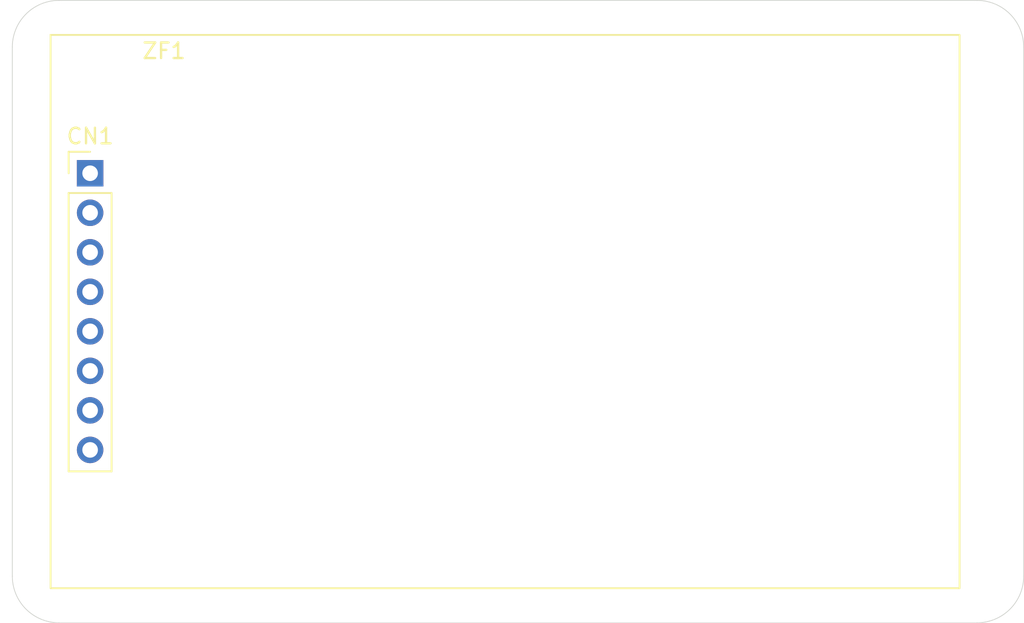
<source format=kicad_pcb>
(kicad_pcb (version 20241229) (generator "pcbnew") (generator_version "9.0")
  (layers (0 "F.Cu" signal) (2 "B.Cu" signal) (13 "F.Paste" user) (15 "B.Paste" user) (5 "F.SilkS" user "F.Silkscreen") (7 "B.SilkS" user "B.Silkscreen") (1 "F.Mask" user) (3 "B.Mask" user) (25 "Edge.Cuts" user))
  (net 0 "")
  (footprint "Display_WUT:Waveshare_2-inch_320x240_LCD" (layer "F.Cu") (at 100 100)
    (property "Reference" "ZF1" (at 4.75 -16.75 0) (layer "F.SilkS"))
    (property "Value" "Waveshare LCD")
    (fp_rect (start -2.54 -17.78) (end 55.88 17.78) (stroke (width 0.12)) (fill no) (layer "F.SilkS"))
    (pad "" np_thru_hole circle (at 0.1 -15) (size 2.2 2.2) (drill 2.2) (layers "*.Cu" "*.Mask"))
    (pad "" np_thru_hole circle (at 0.1 15) (size 2.2 2.2) (drill 2.2) (layers "*.Cu" "*.Mask"))
    (pad "" np_thru_hole circle (at 53.1 -15) (size 2.2 2.2) (drill 2.2) (layers "*.Cu" "*.Mask"))
    (pad "" np_thru_hole circle (at 53.1 15) (size 2.2 2.2) (drill 2.2) (layers "*.Cu" "*.Mask"))
  )
  (footprint "Connector_PinHeader_2.54mm:PinHeader_1x08_P2.54mm_Vertical" (layer "F.Cu") (at 100 91.11)
    (property "Reference" "CN1" (at 0 -2.38 0) (layer "F.SilkS"))
    (property "Value" "M20-9990846")
    (fp_line (start -1.38 -1.38) (end 0 -1.38) (stroke (width 0.12)) (layer "F.SilkS"))
    (fp_line (start -1.38 0) (end -1.38 -1.38) (stroke (width 0.12)) (layer "F.SilkS"))
    (fp_line (start -1.38 1.27) (end -1.38 19.16) (stroke (width 0.12)) (layer "F.SilkS"))
    (fp_line (start -1.38 1.27) (end 1.38 1.27) (stroke (width 0.12)) (layer "F.SilkS"))
    (fp_line (start -1.38 19.16) (end 1.38 19.16) (stroke (width 0.12)) (layer "F.SilkS"))
    (fp_line (start 1.38 1.27) (end 1.38 19.16) (stroke (width 0.12)) (layer "F.SilkS"))
    (pad "1" thru_hole rect (at 0 0) (size 1.7 1.7) (drill 1) (layers "*.Cu" "*.Mask"))
    (pad "2" thru_hole circle (at 0 2.54) (size 1.7 1.7) (drill 1) (layers "*.Cu" "*.Mask"))
    (pad "3" thru_hole circle (at 0 5.08) (size 1.7 1.7) (drill 1) (layers "*.Cu" "*.Mask"))
    (pad "4" thru_hole circle (at 0 7.62) (size 1.7 1.7) (drill 1) (layers "*.Cu" "*.Mask"))
    (pad "5" thru_hole circle (at 0 10.16) (size 1.7 1.7) (drill 1) (layers "*.Cu" "*.Mask"))
    (pad "6" thru_hole circle (at 0 12.7) (size 1.7 1.7) (drill 1) (layers "*.Cu" "*.Mask"))
    (pad "7" thru_hole circle (at 0 15.24) (size 1.7 1.7) (drill 1) (layers "*.Cu" "*.Mask"))
    (pad "8" thru_hole circle (at 0 17.78) (size 1.7 1.7) (drill 1) (layers "*.Cu" "*.Mask"))
  )
  (gr_line (start 95 117) (end 95 83) (stroke (width 0.05)) (layer "Edge.Cuts"))
  (gr_arc (start 160 117) (mid 159.12132 119.12132) (end 157 120) (stroke (width 0.05)) (layer "Edge.Cuts"))
  (gr_line (start 98 80) (end 157 80) (stroke (width 0.05)) (layer "Edge.Cuts"))
  (gr_arc (start 95 83) (mid 95.87868 80.87868) (end 98 80) (stroke (width 0.05)) (layer "Edge.Cuts"))
  (gr_arc (start 98 120) (mid 95.87868 119.12132) (end 95 117) (stroke (width 0.05)) (layer "Edge.Cuts"))
  (gr_line (start 157 120) (end 98 120) (stroke (width 0.05)) (layer "Edge.Cuts"))
  (gr_line (start 160 83) (end 160 117) (stroke (width 0.05)) (layer "Edge.Cuts"))
  (gr_arc (start 157 80) (mid 159.12132 80.87868) (end 160 83) (stroke (width 0.05)) (layer "Edge.Cuts"))
)
</source>
